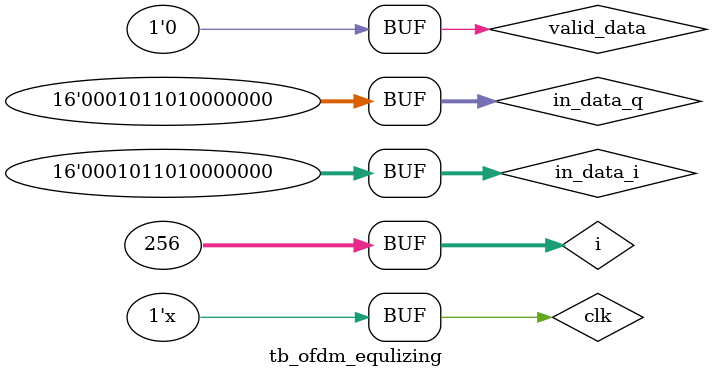
<source format=v>
`timescale 1ns / 1ps


module tb_ofdm_equlizing();

reg clk = 0;

always  #5 clk = !clk;

reg [15:0] memI [255:0];
reg [15:0] memQ [255:0];

reg [15:0] in_data_i;
reg [15:0] in_data_q;
reg valid_data;

wire [15:0] out_data_i;
wire [15:0] out_data_q;
wire out_valid;
wire wayt_data;

    wire [16-1:0] d_data_for_div_i;
    wire [16-1:0] d_data_for_div_q;
    wire [16-1:0] d_div_coeff_i;
    wire [16-1:0] d_div_coeff_q;

integer i;
initial 
begin
    valid_data = 0;
    in_data_i = 0;
    in_data_q = 0;
    #50;
    valid_data = 1'b1;
    for(i = 0; i < 256; i = i + 1)
    begin
        in_data_i = 7680 + i*0;
        in_data_q = 7680 + i*0;

        #10;
    end
    #0 valid_data = 1'b0;
    #20;
    valid_data = 1'b1;
    in_data_i = 5760;
    in_data_q = 5760;
    #2560 valid_data = 1'b0;
end

ofdm_equalizing #(.DATA_SIZE(16))
_ofdm_equalizin(
    .i_clk(clk),
    .i_reset(1'b0),
    .i_data_i(in_data_i),
    .i_data_q(in_data_q),
    .i_valid(valid_data),
    .o_data_i(out_data_i),
    .o_data_q(out_data_q),
    .i_sync_frame(1'b0),
    .o_valid(out_valid),
    .o_wayt_data(wayt_data)
//    i_wayt_data
    ,
    .d_data_for_div_i(d_data_for_div_i),
    .d_data_for_div_q(d_data_for_div_q),
    .d_div_coeff_i(d_div_coeff_i),
    .d_div_coeff_q(d_div_coeff_q)
    );
    

endmodule

</source>
